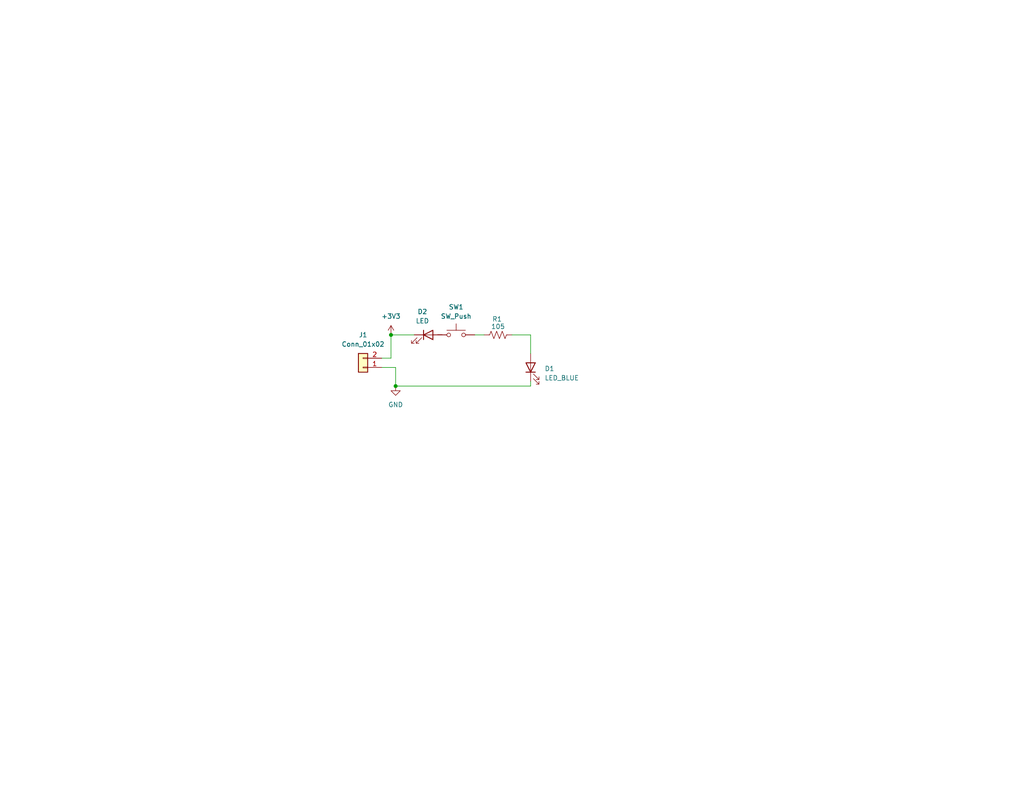
<source format=kicad_sch>
(kicad_sch (version 20231120) (generator "eeschema") (generator_version "8.0")
  (paper "A")
  (title_block (title "LED Project 1") (date "2024-09-16") (rev "1.0") (company "Illini Solar Car") (comment 1 "Designed By: Sumedha Chaudhari"))
  (lib_symbols
    (symbol "Connector_Generic:Conn_01x02" (pin_names (offset 1.016) hide)
      (property "Reference" "J" (at 0 2.54 0))
      (property "Value" "Conn_01x02" (at 0 -5.08 0))
      (symbol "Conn_01x02_1_1"
        (rectangle (start -1.27 -2.413) (end 0 -2.667) (stroke (width 0.1524)))
        (rectangle (start -1.27 0.127) (end 0 -0.127) (stroke (width 0.1524)))
        (rectangle (start -1.27 1.27) (end 1.27 -3.81) (stroke (width 0.254)) (fill (type background)))
        (pin passive line (at -5.08 0 0) (length 3.81) (name "Pin_1") (number "1"))
        (pin passive line (at -5.08 -2.54 0) (length 3.81) (name "Pin_2") (number "2"))
      )
    )
    (symbol "Device:LED" (pin_numbers hide) (pin_names (offset 1.016) hide)
      (property "Reference" "D" (at 0 2.54 0))
      (property "Value" "LED" (at 0 -2.54 0))
      (symbol "LED_0_1"
        (polyline (pts (xy -1.27 -1.27) (xy -1.27 1.27)) (stroke (width 0.254)))
        (polyline (pts (xy -1.27 0) (xy 1.27 0)))
        (polyline (pts (xy 1.27 -1.27) (xy 1.27 1.27) (xy -1.27 0) (xy 1.27 -1.27)) (stroke (width 0.254)))
        (polyline (pts (xy -3.048 -0.762) (xy -4.572 -2.286) (xy -3.81 -2.286) (xy -4.572 -2.286) (xy -4.572 -1.524)))
        (polyline (pts (xy -1.778 -0.762) (xy -3.302 -2.286) (xy -2.54 -2.286) (xy -3.302 -2.286) (xy -3.302 -1.524)))
      )
      (symbol "LED_1_1"
        (pin passive line (at -3.81 0 0) (length 2.54) (name "K") (number "1"))
        (pin passive line (at 3.81 0 180) (length 2.54) (name "A") (number "2"))
      )
    )
    (symbol "Device:R_US" (pin_numbers hide) (pin_names (offset 0))
      (property "Reference" "R" (at 2.54 0 90))
      (property "Value" "R_US" (at -2.54 0 90))
      (symbol "R_US_0_1"
        (polyline (pts (xy 0 -2.286) (xy 0 -2.54)))
        (polyline (pts (xy 0 2.286) (xy 0 2.54)))
        (polyline (pts (xy 0 -0.762) (xy 1.016 -1.143) (xy 0 -1.524) (xy -1.016 -1.905) (xy 0 -2.286)))
        (polyline (pts (xy 0 0.762) (xy 1.016 0.381) (xy 0 0) (xy -1.016 -0.381) (xy 0 -0.762)))
        (polyline (pts (xy 0 2.286) (xy 1.016 1.905) (xy 0 1.524) (xy -1.016 1.143) (xy 0 0.762)))
      )
      (symbol "R_US_1_1"
        (pin passive line (at 0 3.81 270) (length 1.27) (name "~") (number "1"))
        (pin passive line (at 0 -3.81 90) (length 1.27) (name "~") (number "2"))
      )
    )
    (symbol "Switch:SW_Push" (pin_numbers hide) (pin_names (offset 1.016) hide)
      (property "Reference" "SW" (at 1.27 2.54 0))
      (property "Value" "SW_Push" (at 0 -1.524 0))
      (symbol "SW_Push_0_1"
        (circle (center -2.032 0) (radius 0.508))
        (polyline (pts (xy 0 1.27) (xy 0 3.048)))
        (polyline (pts (xy 2.54 1.27) (xy -2.54 1.27)))
        (circle (center 2.032 0) (radius 0.508))
        (pin passive line (at -5.08 0 0) (length 2.54) (name "1") (number "1"))
        (pin passive line (at 5.08 0 180) (length 2.54) (name "2") (number "2"))
      )
    )
    (symbol "power:+3V3" (power) (pin_numbers hide) (pin_names (offset 0) hide)
      (property "Value" "+3V3" (at 0 3.556 0))
      (symbol "+3V3_0_1"
        (polyline (pts (xy -0.762 1.27) (xy 0 2.54)))
        (polyline (pts (xy 0 0) (xy 0 2.54)))
        (polyline (pts (xy 0 2.54) (xy 0.762 1.27)))
      )
      (symbol "+3V3_1_1"
        (pin power_in line (at 0 0 90) (length 0) (name "~") (number "1"))
      )
    )
    (symbol "power:GND" (power) (pin_numbers hide) (pin_names (offset 0) hide)
      (property "Value" "GND" (at 0 -3.81 0))
      (symbol "GND_0_1"
        (polyline (pts (xy 0 0) (xy 0 -1.27) (xy 1.27 -1.27) (xy 0 -2.54) (xy -1.27 -1.27) (xy 0 -1.27)))
      )
      (symbol "GND_1_1"
        (pin power_in line (at 0 0 270) (length 0) (name "~") (number "1"))
      )
    )
  )
  (junction (at 107.95 105.41))
  (junction (at 106.68 91.44))
  (wire (pts (xy 144.78 105.41) (xy 144.78 104.14)))
  (wire (pts (xy 107.95 105.41) (xy 144.78 105.41)))
  (wire (pts (xy 129.54 91.44) (xy 132.08 91.44)))
  (wire (pts (xy 106.68 91.44) (xy 106.68 97.79)))
  (wire (pts (xy 107.95 105.41) (xy 107.95 100.33)))
  (wire (pts (xy 106.68 91.44) (xy 113.03 91.44)))
  (wire (pts (xy 104.14 100.33) (xy 107.95 100.33)))
  (wire (pts (xy 144.78 96.52) (xy 144.78 91.44)))
  (wire (pts (xy 104.14 97.79) (xy 106.68 97.79)))
  (wire (pts (xy 144.78 91.44) (xy 139.7 91.44)))
  (symbol (lib_id "power:+3V3") (at 106.68 91.44 0) (unit 1)
    (property "Reference" "#PWR01" (effects (hide yes)))
    (property "Value" "+3V3" (at 106.68 86.36 0))
    (property "Description" "Power symbol creates a global label with name \"+3V3\"" (effects (hide yes)))
  )
  (symbol (lib_id "Device:R_US") (at 135.89 91.44 270) (unit 1)
    (property "Reference" "R1" (at 135.636 87.122 90))
    (property "Value" "105" (at 135.89 89.154 90))
    (property "Description" "Resistor, US symbol" (effects (hide yes)))
  )
  (symbol (lib_id "power:GND") (at 107.95 105.41 0) (unit 1)
    (property "Reference" "#PWR02" (effects (hide yes)))
    (property "Value" "GND" (at 107.95 110.49 0))
    (property "Description" "Power symbol creates a global label with name \"GND\" , ground" (effects (hide yes)))
  )
  (symbol (lib_id "Connector_Generic:Conn_01x02") (at 99.06 100.33 180) (unit 1)
    (property "Reference" "J1" (at 99.06 91.44 0))
    (property "Value" "Conn_01x02" (at 99.06 93.98 0))
    (property "Description" "Generic connector, single row, 01x02, script generated (kicad-library-utils/schlib/autogen/connector/)" (effects (hide yes)))
  )
  (symbol (lib_id "Switch:SW_Push") (at 124.46 91.44 0) (unit 1)
    (property "Reference" "SW1" (at 124.46 83.82 0))
    (property "Value" "SW_Push" (at 124.46 86.36 0))
    (property "Description" "Push button switch, generic, two pins" (effects (hide yes)))
  )
  (symbol (lib_id "Device:LED") (at 116.84 91.44 0) (unit 1)
    (property "Reference" "D2" (at 115.2525 85.09 0))
    (property "Value" "LED" (at 115.2525 87.63 0))
    (property "Description" "Light emitting diode" (effects (hide yes)))
  )
  (symbol (lib_id "Device:LED") (at 144.78 100.33 90) (unit 1)
    (property "Reference" "D1" (at 148.59 100.6474 90) (effects (justify right)))
    (property "Value" "LED_BLUE" (at 148.59 103.1874 90) (effects (justify right)))
    (property "Description" "Light emitting diode" (effects (hide yes)))
  )
)
</source>
